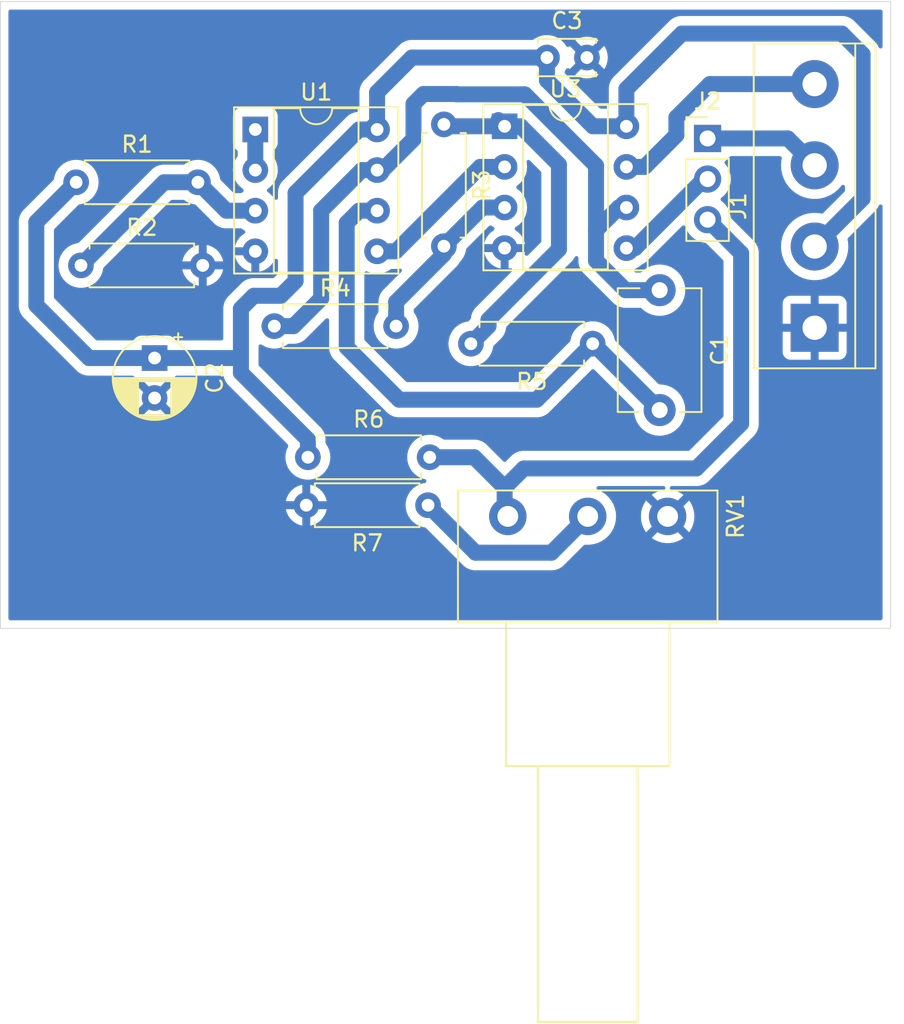
<source format=kicad_pcb>
(kicad_pcb (version 20240108) (generator "pcbnew") (generator_version "8.0")
  (layers (0 "F.Cu" signal) (31 "B.Cu" signal) (34 "B.Paste" user) (35 "F.Paste" user) (36 "B.SilkS" user "B.Silkscreen") (37 "F.SilkS" user "F.Silkscreen") (38 "B.Mask" user) (39 "F.Mask" user) (44 "Edge.Cuts" user))
  (net 0 "")
  (net 1 "Net-(U3B--)")
  (net 2 "Net-(U1B--)")
  (net 3 "Vcc")
  (net 4 "0")
  (net 5 "Vo")
  (net 6 "Vsin")
  (net 7 "Net-(J2-Pin_2)")
  (net 8 "Net-(J2-Pin_3)")
  (net 9 "Net-(U1A-+)")
  (net 10 "Net-(U3A-+)")
  (net 11 "Net-(R3-Pad1)")
  (net 12 "Net-(R7-Pad1)")
  (net 13 "Net-(U1A--)")
  (footprint "Connector_PinHeader_2.54mm:PinHeader_1x03_P2.54mm_Vertical" (layer "F.Cu") (at 173.8 73.26)
    (property "Reference" "J2" (at 0 -2.33 360) (layer "F.SilkS"))
    (property "Value" "Conn_01x03_Socket")
    (fp_line (start -1.33 -1.33) (end 0 -1.33) (stroke (width 0.12)) (layer "F.SilkS"))
    (fp_line (start -1.33 0) (end -1.33 -1.33) (stroke (width 0.12)) (layer "F.SilkS"))
    (fp_line (start -1.33 1.27) (end -1.33 6.41) (stroke (width 0.12)) (layer "F.SilkS"))
    (fp_line (start -1.33 1.27) (end 1.33 1.27) (stroke (width 0.12)) (layer "F.SilkS"))
    (fp_line (start -1.33 6.41) (end 1.33 6.41) (stroke (width 0.12)) (layer "F.SilkS"))
    (fp_line (start 1.33 1.27) (end 1.33 6.41) (stroke (width 0.12)) (layer "F.SilkS"))
    (pad "1" thru_hole rect (at 0 0) (size 1.7 1.7) (drill 1) (layers "*.Cu" "*.Mask") (net 6 "Vsin"))
    (pad "2" thru_hole oval (at 0 2.54) (size 1.7 1.7) (drill 1) (layers "*.Cu" "*.Mask") (net 7 "Net-(J2-Pin_2)"))
    (pad "3" thru_hole oval (at 0 5.08) (size 1.7 1.7) (drill 1) (layers "*.Cu" "*.Mask") (net 8 "Net-(J2-Pin_3)"))
  )
  (footprint "Resistor_THT:R_Axial_DIN0207_L6.3mm_D2.5mm_P7.62mm_Horizontal" (layer "F.Cu") (at 134.29 76)
    (property "Reference" "R1" (at 3.81 -2.37 0) (layer "F.SilkS"))
    (property "Value" "89k")
    (fp_line (start 0.54 -1.37) (end 7.08 -1.37) (stroke (width 0.12)) (layer "F.SilkS"))
    (fp_line (start 0.54 -1.04) (end 0.54 -1.37) (stroke (width 0.12)) (layer "F.SilkS"))
    (fp_line (start 0.54 1.04) (end 0.54 1.37) (stroke (width 0.12)) (layer "F.SilkS"))
    (fp_line (start 0.54 1.37) (end 7.08 1.37) (stroke (width 0.12)) (layer "F.SilkS"))
    (fp_line (start 7.08 -1.37) (end 7.08 -1.04) (stroke (width 0.12)) (layer "F.SilkS"))
    (fp_line (start 7.08 1.37) (end 7.08 1.04) (stroke (width 0.12)) (layer "F.SilkS"))
    (pad "1" thru_hole circle (at 0 0) (size 1.6 1.6) (drill 0.8) (layers "*.Cu" "*.Mask") (net 3 "Vcc"))
    (pad "2" thru_hole oval (at 7.62 0) (size 1.6 1.6) (drill 0.8) (layers "*.Cu" "*.Mask") (net 9 "Net-(U1A-+)"))
  )
  (footprint "Resistor_THT:R_Axial_DIN0207_L6.3mm_D2.5mm_P7.62mm_Horizontal" (layer "F.Cu") (at 156.31 96.2 180)
    (property "Reference" "R7" (at 3.81 -2.37 360) (layer "F.SilkS"))
    (property "Value" "2,7k")
    (fp_line (start 7.08 1.37) (end 7.08 1.04) (stroke (width 0.12)) (layer "F.SilkS"))
    (fp_line (start 7.08 -1.37) (end 7.08 -1.04) (stroke (width 0.12)) (layer "F.SilkS"))
    (fp_line (start 0.54 1.37) (end 7.08 1.37) (stroke (width 0.12)) (layer "F.SilkS"))
    (fp_line (start 0.54 1.04) (end 0.54 1.37) (stroke (width 0.12)) (layer "F.SilkS"))
    (fp_line (start 0.54 -1.04) (end 0.54 -1.37) (stroke (width 0.12)) (layer "F.SilkS"))
    (fp_line (start 0.54 -1.37) (end 7.08 -1.37) (stroke (width 0.12)) (layer "F.SilkS"))
    (pad "1" thru_hole circle (at 0 0 180) (size 1.6 1.6) (drill 0.8) (layers "*.Cu" "*.Mask") (net 12 "Net-(R7-Pad1)"))
    (pad "2" thru_hole oval (at 7.62 0 180) (size 1.6 1.6) (drill 0.8) (layers "*.Cu" "*.Mask") (net 4 "0"))
  )
  (footprint "Package_DIP:DIP-8_W7.62mm_Socket" (layer "F.Cu") (at 145.5 72.7)
    (property "Reference" "U1" (at 3.81 -2.33 0) (layer "F.SilkS"))
    (property "Value" "TL082")
    (fp_line (start -1.33 -1.39) (end -1.33 9.01) (stroke (width 0.12)) (layer "F.SilkS"))
    (fp_line (start -1.33 9.01) (end 8.95 9.01) (stroke (width 0.12)) (layer "F.SilkS"))
    (fp_line (start 1.16 -1.33) (end 1.16 8.95) (stroke (width 0.12)) (layer "F.SilkS"))
    (fp_line (start 1.16 8.95) (end 6.46 8.95) (stroke (width 0.12)) (layer "F.SilkS"))
    (fp_line (start 2.81 -1.33) (end 1.16 -1.33) (stroke (width 0.12)) (layer "F.SilkS"))
    (fp_line (start 6.46 -1.33) (end 4.81 -1.33) (stroke (width 0.12)) (layer "F.SilkS"))
    (fp_line (start 6.46 8.95) (end 6.46 -1.33) (stroke (width 0.12)) (layer "F.SilkS"))
    (fp_line (start 8.95 -1.39) (end -1.33 -1.39) (stroke (width 0.12)) (layer "F.SilkS"))
    (fp_line (start 8.95 9.01) (end 8.95 -1.39) (stroke (width 0.12)) (layer "F.SilkS"))
    (fp_arc (start 4.81 -1.33) (mid 3.81 -0.33) (end 2.81 -1.33) (stroke (width 0.12)) (layer "F.SilkS"))
    (pad "1" thru_hole rect (at 0 0) (size 1.6 1.6) (drill 0.8) (layers "*.Cu" "*.Mask") (net 13 "Net-(U1A--)"))
    (pad "2" thru_hole oval (at 0 2.54) (size 1.6 1.6) (drill 0.8) (layers "*.Cu" "*.Mask") (net 13 "Net-(U1A--)"))
    (pad "3" thru_hole oval (at 0 5.08) (size 1.6 1.6) (drill 0.8) (layers "*.Cu" "*.Mask") (net 9 "Net-(U1A-+)"))
    (pad "4" thru_hole oval (at 0 7.62) (size 1.6 1.6) (drill 0.8) (layers "*.Cu" "*.Mask") (net 4 "0"))
    (pad "5" thru_hole oval (at 7.62 7.62) (size 1.6 1.6) (drill 0.8) (layers "*.Cu" "*.Mask") (net 13 "Net-(U1A--)"))
    (pad "6" thru_hole oval (at 7.62 5.08) (size 1.6 1.6) (drill 0.8) (layers "*.Cu" "*.Mask") (net 2 "Net-(U1B--)"))
    (pad "7" thru_hole oval (at 7.62 2.54) (size 1.6 1.6) (drill 0.8) (layers "*.Cu" "*.Mask") (net 1 "Net-(U3B--)"))
    (pad "8" thru_hole oval (at 7.62 0) (size 1.6 1.6) (drill 0.8) (layers "*.Cu" "*.Mask") (net 3 "Vcc"))
  )
  (footprint "Potentiometer_THT:Potentiometer_Piher_PC-16_Single_Horizontal" (layer "F.Cu") (at 161.3 96.9 -90)
    (property "Reference" "RV1" (at 0 -14.25 90) (layer "F.SilkS"))
    (property "Value" "10k")
    (fp_line (start -1.62 3.12) (end 6.62 3.12) (stroke (width 0.12)) (layer "F.SilkS"))
    (fp_line (start 6.62 0.12) (end 15.62 0.12) (stroke (width 0.12)) (layer "F.SilkS"))
    (fp_line (start 15.62 -1.879) (end 31.62 -1.879) (stroke (width 0.12)) (layer "F.SilkS"))
    (fp_line (start 15.62 -8.12) (end 15.62 -1.879) (stroke (width 0.12)) (layer "F.SilkS"))
    (fp_line (start 15.62 -8.12) (end 31.62 -8.12) (stroke (width 0.12)) (layer "F.SilkS"))
    (fp_line (start 31.62 -8.12) (end 31.62 -1.879) (stroke (width 0.12)) (layer "F.SilkS"))
    (fp_line (start 6.62 -10.12) (end 6.62 0.12) (stroke (width 0.12)) (layer "F.SilkS"))
    (fp_line (start 6.62 -10.12) (end 15.62 -10.12) (stroke (width 0.12)) (layer "F.SilkS"))
    (fp_line (start 15.62 -10.12) (end 15.62 0.12) (stroke (width 0.12)) (layer "F.SilkS"))
    (fp_line (start -1.62 -13.12) (end -1.62 3.12) (stroke (width 0.12)) (layer "F.SilkS"))
    (fp_line (start -1.62 -13.12) (end 6.62 -13.12) (stroke (width 0.12)) (layer "F.SilkS"))
    (fp_line (start 6.62 -13.12) (end 6.62 3.12) (stroke (width 0.12)) (layer "F.SilkS"))
    (pad "1" thru_hole circle (at 0 0 270) (size 2.34 2.34) (drill 1.3) (layers "*.Cu" "*.Mask") (net 8 "Net-(J2-Pin_3)"))
    (pad "2" thru_hole circle (at 0 -5 270) (size 2.34 2.34) (drill 1.3) (layers "*.Cu" "*.Mask") (net 12 "Net-(R7-Pad1)"))
    (pad "3" thru_hole circle (at 0 -10 270) (size 2.34 2.34) (drill 1.3) (layers "*.Cu" "*.Mask") (net 4 "0"))
  )
  (footprint "TerminalBlock:TerminalBlock_bornier-4_P5.08mm" (layer "F.Cu") (at 180.5 85.1 90)
    (property "Reference" "J1" (at 7.6 -4.8 90) (layer "F.SilkS"))
    (property "Value" "Conn_01x04_Socket")
    (fp_line (start -2.54 -3.81) (end 17.78 -3.81) (stroke (width 0.12)) (layer "F.SilkS"))
    (fp_line (start -2.54 -3.81) (end -2.54 3.81) (stroke (width 0.12)) (layer "F.SilkS"))
    (fp_line (start 17.78 2.54) (end -2.54 2.54) (stroke (width 0.12)) (layer "F.SilkS"))
    (fp_line (start 17.78 3.81) (end 17.78 -3.81) (stroke (width 0.12)) (layer "F.SilkS"))
    (fp_line (start -2.54 3.81) (end 17.78 3.81) (stroke (width 0.12)) (layer "F.SilkS"))
    (pad "1" thru_hole rect (at 0 0 90) (size 3 3) (drill 1.52) (layers "*.Cu" "*.Mask") (net 4 "0"))
    (pad "2" thru_hole circle (at 5.08 0 90) (size 3 3) (drill 1.52) (layers "*.Cu" "*.Mask") (net 3 "Vcc"))
    (pad "3" thru_hole circle (at 10.16 0 90) (size 3 3) (drill 1.52) (layers "*.Cu" "*.Mask") (net 6 "Vsin"))
    (pad "4" thru_hole circle (at 15.24 0 90) (size 3 3) (drill 1.52) (layers "*.Cu" "*.Mask") (net 5 "Vo"))
  )
  (footprint "Resistor_THT:R_Axial_DIN0207_L6.3mm_D2.5mm_P7.62mm_Horizontal" (layer "F.Cu") (at 148.79 93.2)
    (property "Reference" "R6" (at 3.81 -2.37 0) (layer "F.SilkS"))
    (property "Value" "5,1k")
    (fp_line (start 0.54 -1.37) (end 7.08 -1.37) (stroke (width 0.12)) (layer "F.SilkS"))
    (fp_line (start 0.54 -1.04) (end 0.54 -1.37) (stroke (width 0.12)) (layer "F.SilkS"))
    (fp_line (start 0.54 1.04) (end 0.54 1.37) (stroke (width 0.12)) (layer "F.SilkS"))
    (fp_line (start 0.54 1.37) (end 7.08 1.37) (stroke (width 0.12)) (layer "F.SilkS"))
    (fp_line (start 7.08 -1.37) (end 7.08 -1.04) (stroke (width 0.12)) (layer "F.SilkS"))
    (fp_line (start 7.08 1.37) (end 7.08 1.04) (stroke (width 0.12)) (layer "F.SilkS"))
    (pad "1" thru_hole circle (at 0 0) (size 1.6 1.6) (drill 0.8) (layers "*.Cu" "*.Mask") (net 3 "Vcc"))
    (pad "2" thru_hole oval (at 7.62 0) (size 1.6 1.6) (drill 0.8) (layers "*.Cu" "*.Mask") (net 8 "Net-(J2-Pin_3)"))
  )
  (footprint "Resistor_THT:R_Axial_DIN0207_L6.3mm_D2.5mm_P7.62mm_Horizontal" (layer "F.Cu") (at 134.59 81.2)
    (property "Reference" "R2" (at 3.81 -2.37 0) (layer "F.SilkS"))
    (property "Value" "100k")
    (fp_line (start 0.54 -1.37) (end 7.08 -1.37) (stroke (width 0.12)) (layer "F.SilkS"))
    (fp_line (start 0.54 -1.04) (end 0.54 -1.37) (stroke (width 0.12)) (layer "F.SilkS"))
    (fp_line (start 0.54 1.04) (end 0.54 1.37) (stroke (width 0.12)) (layer "F.SilkS"))
    (fp_line (start 0.54 1.37) (end 7.08 1.37) (stroke (width 0.12)) (layer "F.SilkS"))
    (fp_line (start 7.08 -1.37) (end 7.08 -1.04) (stroke (width 0.12)) (layer "F.SilkS"))
    (fp_line (start 7.08 1.37) (end 7.08 1.04) (stroke (width 0.12)) (layer "F.SilkS"))
    (pad "1" thru_hole circle (at 0 0) (size 1.6 1.6) (drill 0.8) (layers "*.Cu" "*.Mask") (net 9 "Net-(U1A-+)"))
    (pad "2" thru_hole oval (at 7.62 0) (size 1.6 1.6) (drill 0.8) (layers "*.Cu" "*.Mask") (net 4 "0"))
  )
  (footprint "Resistor_THT:R_Axial_DIN0207_L6.3mm_D2.5mm_P7.62mm_Horizontal" (layer "F.Cu") (at 146.69 85)
    (property "Reference" "R4" (at 3.81 -2.37 0) (layer "F.SilkS"))
    (property "Value" "27k")
    (fp_line (start 0.54 -1.37) (end 7.08 -1.37) (stroke (width 0.12)) (layer "F.SilkS"))
    (fp_line (start 0.54 -1.04) (end 0.54 -1.37) (stroke (width 0.12)) (layer "F.SilkS"))
    (fp_line (start 0.54 1.04) (end 0.54 1.37) (stroke (width 0.12)) (layer "F.SilkS"))
    (fp_line (start 0.54 1.37) (end 7.08 1.37) (stroke (width 0.12)) (layer "F.SilkS"))
    (fp_line (start 7.08 -1.37) (end 7.08 -1.04) (stroke (width 0.12)) (layer "F.SilkS"))
    (fp_line (start 7.08 1.37) (end 7.08 1.04) (stroke (width 0.12)) (layer "F.SilkS"))
    (pad "1" thru_hole circle (at 0 0) (size 1.6 1.6) (drill 0.8) (layers "*.Cu" "*.Mask") (net 1 "Net-(U3B--)"))
    (pad "2" thru_hole oval (at 7.62 0) (size 1.6 1.6) (drill 0.8) (layers "*.Cu" "*.Mask") (net 10 "Net-(U3A-+)"))
  )
  (footprint "Capacitor_THT:CP_Radial_D5.0mm_P2.50mm" (layer "F.Cu") (at 139.2 86.994888 -90)
    (property "Reference" "C2" (at 1.25 -3.75 90) (layer "F.SilkS"))
    (property "Value" "10u")
    (fp_line (start 1.49 1.04) (end 1.49 2.569) (stroke (width 0.12)) (layer "F.SilkS"))
    (fp_line (start 1.53 1.04) (end 1.53 2.565) (stroke (width 0.12)) (layer "F.SilkS"))
    (fp_line (start 1.57 1.04) (end 1.57 2.561) (stroke (width 0.12)) (layer "F.SilkS"))
    (fp_line (start 1.61 1.04) (end 1.61 2.556) (stroke (width 0.12)) (layer "F.SilkS"))
    (fp_line (start 1.65 1.04) (end 1.65 2.55) (stroke (width 0.12)) (layer "F.SilkS"))
    (fp_line (start 1.69 1.04) (end 1.69 2.543) (stroke (width 0.12)) (layer "F.SilkS"))
    (fp_line (start 1.73 1.04) (end 1.73 2.536) (stroke (width 0.12)) (layer "F.SilkS"))
    (fp_line (start 1.77 1.04) (end 1.77 2.528) (stroke (width 0.12)) (layer "F.SilkS"))
    (fp_line (start 1.81 1.04) (end 1.81 2.52) (stroke (width 0.12)) (layer "F.SilkS"))
    (fp_line (start 1.85 1.04) (end 1.85 2.511) (stroke (width 0.12)) (layer "F.SilkS"))
    (fp_line (start 1.89 1.04) (end 1.89 2.501) (stroke (width 0.12)) (layer "F.SilkS"))
    (fp_line (start 1.93 1.04) (end 1.93 2.491) (stroke (width 0.12)) (layer "F.SilkS"))
    (fp_line (start 1.971 1.04) (end 1.971 2.48) (stroke (width 0.12)) (layer "F.SilkS"))
    (fp_line (start 2.011 1.04) (end 2.011 2.468) (stroke (width 0.12)) (layer "F.SilkS"))
    (fp_line (start 2.051 1.04) (end 2.051 2.455) (stroke (width 0.12)) (layer "F.SilkS"))
    (fp_line (start 2.091 1.04) (end 2.091 2.442) (stroke (width 0.12)) (layer "F.SilkS"))
    (fp_line (start 2.131 1.04) (end 2.131 2.428) (stroke (width 0.12)) (layer "F.SilkS"))
    (fp_line (start 2.171 1.04) (end 2.171 2.414) (stroke (width 0.12)) (layer "F.SilkS"))
    (fp_line (start 2.211 1.04) (end 2.211 2.398) (stroke (width 0.12)) (layer "F.SilkS"))
    (fp_line (start 2.251 1.04) (end 2.251 2.382) (stroke (width 0.12)) (layer "F.SilkS"))
    (fp_line (start 2.291 1.04) (end 2.291 2.365) (stroke (width 0.12)) (layer "F.SilkS"))
    (fp_line (start 2.331 1.04) (end 2.331 2.348) (stroke (width 0.12)) (layer "F.SilkS"))
    (fp_line (start 2.371 1.04) (end 2.371 2.329) (stroke (width 0.12)) (layer "F.SilkS"))
    (fp_line (start 2.411 1.04) (end 2.411 2.31) (stroke (width 0.12)) (layer "F.SilkS"))
    (fp_line (start 2.451 1.04) (end 2.451 2.29) (stroke (width 0.12)) (layer "F.SilkS"))
    (fp_line (start 2.491 1.04) (end 2.491 2.268) (stroke (width 0.12)) (layer "F.SilkS"))
    (fp_line (start 2.531 1.04) (end 2.531 2.247) (stroke (width 0.12)) (layer "F.SilkS"))
    (fp_line (start 2.571 1.04) (end 2.571 2.224) (stroke (width 0.12)) (layer "F.SilkS"))
    (fp_line (start 2.611 1.04) (end 2.611 2.2) (stroke (width 0.12)) (layer "F.SilkS"))
    (fp_line (start 2.651 1.04) (end 2.651 2.175) (stroke (width 0.12)) (layer "F.SilkS"))
    (fp_line (start 2.691 1.04) (end 2.691 2.149) (stroke (width 0.12)) (layer "F.SilkS"))
    (fp_line (start 2.731 1.04) (end 2.731 2.122) (stroke (width 0.12)) (layer "F.SilkS"))
    (fp_line (start 2.771 1.04) (end 2.771 2.095) (stroke (width 0.12)) (layer "F.SilkS"))
    (fp_line (start 2.811 1.04) (end 2.811 2.065) (stroke (width 0.12)) (layer "F.SilkS"))
    (fp_line (start 2.851 1.04) (end 2.851 2.035) (stroke (width 0.12)) (layer "F.SilkS"))
    (fp_line (start 2.891 1.04) (end 2.891 2.004) (stroke (width 0.12)) (layer "F.SilkS"))
    (fp_line (start 2.931 1.04) (end 2.931 1.971) (stroke (width 0.12)) (layer "F.SilkS"))
    (fp_line (start 2.971 1.04) (end 2.971 1.937) (stroke (width 0.12)) (layer "F.SilkS"))
    (fp_line (start 3.011 1.04) (end 3.011 1.901) (stroke (width 0.12)) (layer "F.SilkS"))
    (fp_line (start 3.051 1.04) (end 3.051 1.864) (stroke (width 0.12)) (layer "F.SilkS"))
    (fp_line (start 3.091 1.04) (end 3.091 1.826) (stroke (width 0.12)) (layer "F.SilkS"))
    (fp_line (start 3.131 1.04) (end 3.131 1.785) (stroke (width 0.12)) (layer "F.SilkS"))
    (fp_line (start 3.171 1.04) (end 3.171 1.743) (stroke (width 0.12)) (layer "F.SilkS"))
    (fp_line (start 3.211 1.04) (end 3.211 1.699) (stroke (width 0.12)) (layer "F.SilkS"))
    (fp_line (start 3.251 1.04) (end 3.251 1.653) (stroke (width 0.12)) (layer "F.SilkS"))
    (fp_line (start 3.291 1.04) (end 3.291 1.605) (stroke (width 0.12)) (layer "F.SilkS"))
    (fp_line (start 3.331 1.04) (end 3.331 1.554) (stroke (width 0.12)) (layer "F.SilkS"))
    (fp_line (start 3.371 1.04) (end 3.371 1.5) (stroke (width 0.12)) (layer "F.SilkS"))
    (fp_line (start 3.411 1.04) (end 3.411 1.443) (stroke (width 0.12)) (layer "F.SilkS"))
    (fp_line (start 3.451 1.04) (end 3.451 1.383) (stroke (width 0.12)) (layer "F.SilkS"))
    (fp_line (start 3.491 1.04) (end 3.491 1.319) (stroke (width 0.12)) (layer "F.SilkS"))
    (fp_line (start 3.531 1.04) (end 3.531 1.251) (stroke (width 0.12)) (layer "F.SilkS"))
    (fp_line (start 3.851 -0.284) (end 3.851 0.284) (stroke (width 0.12)) (layer "F.SilkS"))
    (fp_line (start 3.811 -0.518) (end 3.811 0.518) (stroke (width 0.12)) (layer "F.SilkS"))
    (fp_line (start 3.771 -0.677) (end 3.771 0.677) (stroke (width 0.12)) (layer "F.SilkS"))
    (fp_line (start 3.731 -0.805) (end 3.731 0.805) (stroke (width 0.12)) (layer "F.SilkS"))
    (fp_line (start 3.691 -0.915) (end 3.691 0.915) (stroke (width 0.12)) (layer "F.SilkS"))
    (fp_line (start 3.651 -1.011) (end 3.651 1.011) (stroke (width 0.12)) (layer "F.SilkS"))
    (fp_line (start 3.611 -1.098) (end 3.611 1.098) (stroke (width 0.12)) (layer "F.SilkS"))
    (fp_line (start 3.571 -1.178) (end 3.571 1.178) (stroke (width 0.12)) (layer "F.SilkS"))
    (fp_line (start 3.531 -1.251) (end 3.531 -1.04) (stroke (width 0.12)) (layer "F.SilkS"))
    (fp_line (start 3.491 -1.319) (end 3.491 -1.04) (stroke (width 0.12)) (layer "F.SilkS"))
    (fp_line (start 3.451 -1.383) (end 3.451 -1.04) (stroke (width 0.12)) (layer "F.SilkS"))
    (fp_line (start 3.411 -1.443) (end 3.411 -1.04) (stroke (width 0.12)) (layer "F.SilkS"))
    (fp_line (start -1.554775 -1.475) (end -1.054775 -1.475) (stroke (width 0.12)) (layer "F.SilkS"))
    (fp_line (start 3.371 -1.5) (end 3.371 -1.04) (stroke (width 0.12)) (layer "F.SilkS"))
    (fp_line (start 3.331 -1.554) (end 3.331 -1.04) (stroke (width 0.12)) (layer "F.SilkS"))
    (fp_line (start 3.291 -1.605) (end 3.291 -1.04) (stroke (width 0.12)) (layer "F.SilkS"))
    (fp_line (start 3.251 -1.653) (end 3.251 -1.04) (stroke (width 0.12)) (layer "F.SilkS"))
    (fp_line (start 3.211 -1.699) (end 3.211 -1.04) (stroke (width 0.12)) (layer "F.SilkS"))
    (fp_line (start -1.304775 -1.725) (end -1.304775 -1.225) (stroke (width 0.12)) (layer "F.SilkS"))
    (fp_line (start 3.171 -1.743) (end 3.171 -1.04) (stroke (width 0.12)) (layer "F.SilkS"))
    (fp_line (start 3.131 -1.785) (end 3.131 -1.04) (stroke (width 0.12)) (layer "F.SilkS"))
    (fp_line (start 3.091 -1.826) (end 3.091 -1.04) (stroke (width 0.12)) (layer "F.SilkS"))
    (fp_line (start 3.051 -1.864) (end 3.051 -1.04) (stroke (width 0.12)) (layer "F.SilkS"))
    (fp_line (start 3.011 -1.901) (end 3.011 -1.04) (stroke (width 0.12)) (layer "F.SilkS"))
    (fp_line (start 2.971 -1.937) (end 2.971 -1.04) (stroke (width 0.12)) (layer "F.SilkS"))
    (fp_line (start 2.931 -1.971) (end 2.931 -1.04) (stroke (width 0.12)) (layer "F.SilkS"))
    (fp_line (start 2.891 -2.004) (end 2.891 -1.04) (stroke (width 0.12)) (layer "F.SilkS"))
    (fp_line (start 2.851 -2.035) (end 2.851 -1.04) (stroke (width 0.12)) (layer "F.SilkS"))
    (fp_line (start 2.811 -2.065) (end 2.811 -1.04) (stroke (width 0.12)) (layer "F.SilkS"))
    (fp_line (start 2.771 -2.095) (end 2.771 -1.04) (stroke (width 0.12)) (layer "F.SilkS"))
    (fp_line (start 2.731 -2.122) (end 2.731 -1.04) (stroke (width 0.12)) (layer "F.SilkS"))
    (fp_line (start 2.691 -2.149) (end 2.691 -1.04) (stroke (width 0.12)) (layer "F.SilkS"))
    (fp_line (start 2.651 -2.175) (end 2.651 -1.04) (stroke (width 0.12)) (layer "F.SilkS"))
    (fp_line (start 2.611 -2.2) (end 2.611 -1.04) (stroke (width 0.12)) (layer "F.SilkS"))
    (fp_line (start 2.571 -2.224) (end 2.571 -1.04) (stroke (width 0.12)) (layer "F.SilkS"))
    (fp_line (start 2.531 -2.247) (end 2.531 -1.04) (stroke (width 0.12)) (layer "F.SilkS"))
    (fp_line (start 2.491 -2.268) (end 2.491 -1.04) (stroke (width 0.12)) (layer "F.SilkS"))
    (fp_line (start 2.451 -2.29) (end 2.451 -1.04) (stroke (width 0.12)) (layer "F.SilkS"))
    (fp_line (start 2.411 -2.31) (end 2.411 -1.04) (stroke (width 0.12)) (layer "F.SilkS"))
    (fp_line (start 2.371 -2.329) (end 2.371 -1.04) (stroke (width 0.12)) (layer "F.SilkS"))
    (fp_line (start 2.331 -2.348) (end 2.331 -1.04) (stroke (width 0.12)) (layer "F.SilkS"))
    (fp_line (start 2.291 -2.365) (end 2.291 -1.04) (stroke (width 0.12)) (layer "F.SilkS"))
    (fp_line (start 2.251 -2.382) (end 2.251 -1.04) (stroke (width 0.12)) (layer "F.SilkS"))
    (fp_line (start 2.211 -2.398) (end 2.211 -1.04) (stroke (width 0.12)) (layer "F.SilkS"))
    (fp_line (start 2.171 -2.414) (end 2.171 -1.04) (stroke (width 0.12)) (layer "F.SilkS"))
    (fp_line (start 2.131 -2.428) (end 2.131 -1.04) (stroke (width 0.12)) (layer "F.SilkS"))
    (fp_line (start 2.091 -2.442) (end 2.091 -1.04) (stroke (width 0.12)) (layer "F.SilkS"))
    (fp_line (start 2.051 -2.455) (end 2.051 -1.04) (stroke (width 0.12)) (layer "F.SilkS"))
    (fp_line (start 2.011 -2.468) (end 2.011 -1.04) (stroke (width 0.12)) (layer "F.SilkS"))
    (fp_line (start 1.971 -2.48) (end 1.971 -1.04) (stroke (width 0.12)) (layer "F.SilkS"))
    (fp_line (start 1.93 -2.491) (end 1.93 -1.04) (stroke (width 0.12)) (layer "F.SilkS"))
    (fp_line (start 1.89 -2.501) (end 1.89 -1.04) (stroke (width 0.12)) (layer "F.SilkS"))
    (fp_line (start 1.85 -2.511) (end 1.85 -1.04) (stroke (width 0.12)) (layer "F.SilkS"))
    (fp_line (start 1.81 -2.52) (end 1.81 -1.04) (stroke (width 0.12)) (layer "F.SilkS"))
    (fp_line (start 1.77 -2.528) (end 1.77 -1.04) (stroke (width 0.12)) (layer "F.SilkS"))
    (fp_line (start 1.73 -2.536) (end 1.73 -1.04) (stroke (width 0.12)) (layer "F.SilkS"))
    (fp_line (start 1.69 -2.543) (end 1.69 -1.04) (stroke (width 0.12)) (layer "F.SilkS"))
    (fp_line (start 1.65 -2.55) (end 1.65 -1.04) (stroke (width 0.12)) (layer "F.SilkS"))
    (fp_line (start 1.61 -2.556) (end 1.61 -1.04) (stroke (width 0.12)) (layer "F.SilkS"))
    (fp_line (start 1.57 -2.561) (end 1.57 -1.04) (stroke (width 0.12)) (layer "F.SilkS"))
    (fp_line (start 1.53 -2.565) (end 1.53 -1.04) (stroke (width 0.12)) (layer "F.SilkS"))
    (fp_line (start 1.49 -2.569) (end 1.49 -1.04) (stroke (width 0.12)) (layer "F.SilkS"))
    (fp_line (start 1.45 -2.573) (end 1.45 2.573) (stroke (width 0.12)) (layer "F.SilkS"))
    (fp_line (start 1.41 -2.576) (end 1.41 2.576) (stroke (width 0.12)) (layer "F.SilkS"))
    (fp_line (start 1.37 -2.578) (end 1.37 2.578) (stroke (width 0.12)) (layer "F.SilkS"))
    (fp_line (start 1.33 -2.579) (end 1.33 2.579) (stroke (width 0.12)) (layer "F.SilkS"))
    (fp_line (start 1.25 -2.58) (end 1.25 2.58) (stroke (width 0.12)) (layer "F.SilkS"))
    (fp_line (start 1.29 -2.58) (end 1.29 2.58) (stroke (width 0.12)) (layer "F.SilkS"))
    (fp_circle (center 1.25 0) (end 3.87 0) (stroke (width 0.12)) (fill none) (layer "F.SilkS"))
    (pad "1" thru_hole rect (at 0 0 270) (size 1.6 1.6) (drill 0.8) (layers "*.Cu" "*.Mask") (net 3 "Vcc"))
    (pad "2" thru_hole circle (at 2.5 0 270) (size 1.6 1.6) (drill 0.8) (layers "*.Cu" "*.Mask") (net 4 "0"))
  )
  (footprint "Resistor_THT:R_Axial_DIN0207_L6.3mm_D2.5mm_P7.62mm_Horizontal" (layer "F.Cu") (at 157.3 72.38 -90)
    (property "Reference" "R3" (at 3.81 -2.37 90) (layer "F.SilkS"))
    (property "Value" "100k")
    (fp_line (start 0.54 1.37) (end 7.08 1.37) (stroke (width 0.12)) (layer "F.SilkS"))
    (fp_line (start 7.08 1.37) (end 7.08 1.04) (stroke (width 0.12)) (layer "F.SilkS"))
    (fp_line (start 0.54 1.04) (end 0.54 1.37) (stroke (width 0.12)) (layer "F.SilkS"))
    (fp_line (start 0.54 -1.04) (end 0.54 -1.37) (stroke (width 0.12)) (layer "F.SilkS"))
    (fp_line (start 0.54 -1.37) (end 7.08 -1.37) (stroke (width 0.12)) (layer "F.SilkS"))
    (fp_line (start 7.08 -1.37) (end 7.08 -1.04) (stroke (width 0.12)) (layer "F.SilkS"))
    (pad "1" thru_hole circle (at 0 0 270) (size 1.6 1.6) (drill 0.8) (layers "*.Cu" "*.Mask") (net 11 "Net-(R3-Pad1)"))
    (pad "2" thru_hole oval (at 7.62 0 270) (size 1.6 1.6) (drill 0.8) (layers "*.Cu" "*.Mask") (net 10 "Net-(U3A-+)"))
  )
  (footprint "Package_DIP:DIP-8_W7.62mm_Socket" (layer "F.Cu") (at 161.1 72.5)
    (property "Reference" "U3" (at 3.81 -2.33 0) (layer "F.SilkS"))
    (property "Value" "LM393")
    (fp_line (start -1.33 -1.39) (end -1.33 9.01) (stroke (width 0.12)) (layer "F.SilkS"))
    (fp_line (start -1.33 9.01) (end 8.95 9.01) (stroke (width 0.12)) (layer "F.SilkS"))
    (fp_line (start 1.16 -1.33) (end 1.16 8.95) (stroke (width 0.12)) (layer "F.SilkS"))
    (fp_line (start 1.16 8.95) (end 6.46 8.95) (stroke (width 0.12)) (layer "F.SilkS"))
    (fp_line (start 2.81 -1.33) (end 1.16 -1.33) (stroke (width 0.12)) (layer "F.SilkS"))
    (fp_line (start 6.46 -1.33) (end 4.81 -1.33) (stroke (width 0.12)) (layer "F.SilkS"))
    (fp_line (start 6.46 8.95) (end 6.46 -1.33) (stroke (width 0.12)) (layer "F.SilkS"))
    (fp_line (start 8.95 -1.39) (end -1.33 -1.39) (stroke (width 0.12)) (layer "F.SilkS"))
    (fp_line (start 8.95 9.01) (end 8.95 -1.39) (stroke (width 0.12)) (layer "F.SilkS"))
    (fp_arc (start 4.81 -1.33) (mid 3.81 -0.33) (end 2.81 -1.33) (stroke (width 0.12)) (layer "F.SilkS"))
    (pad "1" thru_hole rect (at 0 0) (size 1.6 1.6) (drill 0.8) (layers "*.Cu" "*.Mask") (net 11 "Net-(R3-Pad1)"))
    (pad "2" thru_hole oval (at 0 2.54) (size 1.6 1.6) (drill 0.8) (layers "*.Cu" "*.Mask") (net 13 "Net-(U1A--)"))
    (pad "3" thru_hole oval (at 0 5.08) (size 1.6 1.6) (drill 0.8) (layers "*.Cu" "*.Mask") (net 10 "Net-(U3A-+)"))
    (pad "4" thru_hole oval (at 0 7.62) (size 1.6 1.6) (drill 0.8) (layers "*.Cu" "*.Mask") (net 4 "0"))
    (pad "5" thru_hole oval (at 7.62 7.62) (size 1.6 1.6) (drill 0.8) (layers "*.Cu" "*.Mask") (net 7 "Net-(J2-Pin_2)"))
    (pad "6" thru_hole oval (at 7.62 5.08) (size 1.6 1.6) (drill 0.8) (layers "*.Cu" "*.Mask") (net 1 "Net-(U3B--)"))
    (pad "7" thru_hole oval (at 7.62 2.54) (size 1.6 1.6) (drill 0.8) (layers "*.Cu" "*.Mask") (net 5 "Vo"))
    (pad "8" thru_hole oval (at 7.62 0) (size 1.6 1.6) (drill 0.8) (layers "*.Cu" "*.Mask") (net 3 "Vcc"))
  )
  (footprint "Capacitor_THT:C_Disc_D3.4mm_W2.1mm_P2.50mm" (layer "F.Cu") (at 163.75 68.2)
    (property "Reference" "C3" (at 1.25 -2.3 360) (layer "F.SilkS"))
    (property "Value" "10n")
    (fp_line (start -0.57 -1.17) (end -0.57 -0.925) (stroke (width 0.12)) (layer "F.SilkS"))
    (fp_line (start -0.57 -1.17) (end 3.07 -1.17) (stroke (width 0.12)) (layer "F.SilkS"))
    (fp_line (start -0.57 0.925) (end -0.57 1.17) (stroke (width 0.12)) (layer "F.SilkS"))
    (fp_line (start -0.57 1.17) (end 3.07 1.17) (stroke (width 0.12)) (layer "F.SilkS"))
    (fp_line (start 3.07 -1.17) (end 3.07 -0.925) (stroke (width 0.12)) (layer "F.SilkS"))
    (fp_line (start 3.07 0.925) (end 3.07 1.17) (stroke (width 0.12)) (layer "F.SilkS"))
    (pad "1" thru_hole circle (at 0 0) (size 1.6 1.6) (drill 0.8) (layers "*.Cu" "*.Mask") (net 3 "Vcc"))
    (pad "2" thru_hole circle (at 2.5 0) (size 1.6 1.6) (drill 0.8) (layers "*.Cu" "*.Mask") (net 4 "0"))
  )
  (footprint "Capacitor_THT:C_Disc_D7.5mm_W5.0mm_P7.50mm" (layer "F.Cu") (at 170.8 82.75 -90)
    (property "Reference" "C1" (at 3.75 -3.75 -90) (layer "F.SilkS"))
    (property "Value" "100p")
    (fp_line (start -0.12 2.62) (end 7.62 2.62) (stroke (width 0.12)) (layer "F.SilkS"))
    (fp_line (start -0.12 1.256) (end -0.12 2.62) (stroke (width 0.12)) (layer "F.SilkS"))
    (fp_line (start 7.62 1.256) (end 7.62 2.62) (stroke (width 0.12)) (layer "F.SilkS"))
    (fp_line (start -0.12 -2.62) (end -0.12 -1.256) (stroke (width 0.12)) (layer "F.SilkS"))
    (fp_line (start -0.12 -2.62) (end 7.62 -2.62) (stroke (width 0.12)) (layer "F.SilkS"))
    (fp_line (start 7.62 -2.62) (end 7.62 -1.256) (stroke (width 0.12)) (layer "F.SilkS"))
    (pad "1" thru_hole circle (at 0 0 270) (size 2 2) (drill 1) (layers "*.Cu" "*.Mask") (net 1 "Net-(U3B--)"))
    (pad "2" thru_hole circle (at 7.5 0 270) (size 2 2) (drill 1) (layers "*.Cu" "*.Mask") (net 2 "Net-(U1B--)"))
  )
  (footprint "Resistor_THT:R_Axial_DIN0207_L6.3mm_D2.5mm_P7.62mm_Horizontal" (layer "F.Cu") (at 166.61 86.1 180)
    (property "Reference" "R5" (at 3.81 -2.37 360) (layer "F.SilkS"))
    (property "Value" "33k")
    (fp_line (start 7.08 1.37) (end 7.08 1.04) (stroke (width 0.12)) (layer "F.SilkS"))
    (fp_line (start 7.08 -1.37) (end 7.08 -1.04) (stroke (width 0.12)) (layer "F.SilkS"))
    (fp_line (start 0.54 1.37) (end 7.08 1.37) (stroke (width 0.12)) (layer "F.SilkS"))
    (fp_line (start 0.54 1.04) (end 0.54 1.37) (stroke (width 0.12)) (layer "F.SilkS"))
    (fp_line (start 0.54 -1.04) (end 0.54 -1.37) (stroke (width 0.12)) (layer "F.SilkS"))
    (fp_line (start 0.54 -1.37) (end 7.08 -1.37) (stroke (width 0.12)) (layer "F.SilkS"))
    (pad "1" thru_hole circle (at 0 0 180) (size 1.6 1.6) (drill 0.8) (layers "*.Cu" "*.Mask") (net 2 "Net-(U1B--)"))
    (pad "2" thru_hole oval (at 7.62 0 180) (size 1.6 1.6) (drill 0.8) (layers "*.Cu" "*.Mask") (net 11 "Net-(R3-Pad1)"))
  )
  (gr_rect (start 129.55 64.7) (end 185.25 103.9) (stroke (width 0.05)) (fill none) (layer "Edge.Cuts"))
  (segment (start 153.46 75.24) (end 155.4 73.3) (width 1) (layer "B.Cu") (net 1))
  (segment (start 166.82 78.99863) (end 168.23863 77.58) (width 1) (layer "B.Cu") (net 1))
  (segment (start 162.362742 70.5) (end 166.82 74.957258) (width 1) (layer "B.Cu") (net 1))
  (segment (start 166.82 74.957258) (end 166.82 78.99863) (width 1) (layer "B.Cu") (net 1))
  (segment (start 158.087006 70.48) (end 158.107006 70.5) (width 1) (layer "B.Cu") (net 1))
  (segment (start 153.12 75.24) (end 152.16 75.24) (width 1) (layer "B.Cu") (net 1))
  (segment (start 156.02 70.48) (end 158.087006 70.48) (width 1) (layer "B.Cu") (net 1))
  (segment (start 155.4 73.3) (end 155.4 71.1) (width 1) (layer "B.Cu") (net 1))
  (segment (start 153.12 75.24) (end 153.46 75.24) (width 1) (layer "B.Cu") (net 1))
  (segment (start 170.8 82.75) (end 168.662994 82.75) (width 1) (layer "B.Cu") (net 1))
  (segment (start 152.16 75.24) (end 149.62 77.78) (width 1) (layer "B.Cu") (net 1))
  (segment (start 158.107006 70.5) (end 162.362742 70.5) (width 1) (layer "B.Cu") (net 1))
  (segment (start 149.62 77.78) (end 149.62 83.27) (width 1) (layer "B.Cu") (net 1))
  (segment (start 166.82 80.907006) (end 166.82 78.99863) (width 1) (layer "B.Cu") (net 1))
  (segment (start 168.662994 82.75) (end 166.82 80.907006) (width 1) (layer "B.Cu") (net 1))
  (segment (start 147.89 85) (end 146.69 85) (width 1) (layer "B.Cu") (net 1))
  (segment (start 149.62 83.27) (end 147.89 85) (width 1) (layer "B.Cu") (net 1))
  (segment (start 168.23863 77.58) (end 168.72 77.58) (width 1) (layer "B.Cu") (net 1))
  (segment (start 155.4 71.1) (end 156.02 70.48) (width 1) (layer "B.Cu") (net 1))
  (segment (start 153.12 77.78) (end 151.98863 77.78) (width 1) (layer "B.Cu") (net 2))
  (segment (start 154.5 89.6) (end 163.11 89.6) (width 1) (layer "B.Cu") (net 2))
  (segment (start 151.98863 77.78) (end 151.22 78.54863) (width 1) (layer "B.Cu") (net 2))
  (segment (start 151.22 86.32) (end 154.5 89.6) (width 1) (layer "B.Cu") (net 2))
  (segment (start 166.65 86.1) (end 170.8 90.25) (width 1) (layer "B.Cu") (net 2))
  (segment (start 166.61 86.1) (end 166.65 86.1) (width 1) (layer "B.Cu") (net 2))
  (segment (start 151.22 78.54863) (end 151.22 86.32) (width 1) (layer "B.Cu") (net 2))
  (segment (start 163.11 89.6) (end 166.61 86.1) (width 1) (layer "B.Cu") (net 2))
  (segment (start 182.2 66.7) (end 183.5 68) (width 1) (layer "B.Cu") (net 3))
  (segment (start 183.5 77.02) (end 180.5 80.02) (width 1) (layer "B.Cu") (net 3))
  (segment (start 144.6 86.9) (end 144.6 87.91) (width 1) (layer "B.Cu") (net 3))
  (segment (start 163.75 68.2) (end 163.75 69.624516) (width 1) (layer "B.Cu") (net 3))
  (segment (start 134.29 76) (end 131.8 78.49) (width 1) (layer "B.Cu") (net 3))
  (segment (start 168.72 70.17) (end 172.19 66.7) (width 1) (layer "B.Cu") (net 3))
  (segment (start 148.02 82.18) (end 147.1 83.1) (width 1) (layer "B.Cu") (net 3))
  (segment (start 144.6 83.907006) (end 144.6 86.9) (width 1) (layer "B.Cu") (net 3))
  (segment (start 139.2 86.994888) (end 144.505112 86.994888) (width 1) (layer "B.Cu") (net 3))
  (segment (start 166.625484 72.5) (end 168.72 72.5) (width 1) (layer "B.Cu") (net 3))
  (segment (start 153.12 72.7) (end 153.12 70.38) (width 1) (layer "B.Cu") (net 3))
  (segment (start 131.8 78.49) (end 131.8 83.7) (width 1) (layer "B.Cu") (net 3))
  (segment (start 172.19 66.7) (end 182.2 66.7) (width 1) (layer "B.Cu") (net 3))
  (segment (start 144.505112 86.994888) (end 144.6 86.9) (width 1) (layer "B.Cu") (net 3))
  (segment (start 135.094888 86.994888) (end 139.2 86.994888) (width 1) (layer "B.Cu") (net 3))
  (segment (start 147.1 83.1) (end 145.407006 83.1) (width 1) (layer "B.Cu") (net 3))
  (segment (start 183.5 68) (end 183.5 77.02) (width 1) (layer "B.Cu") (net 3))
  (segment (start 163.75 68.2) (end 155.3 68.2) (width 1) (layer "B.Cu") (net 3))
  (segment (start 144.6 87.91) (end 148.79 92.1) (width 1) (layer "B.Cu") (net 3))
  (segment (start 168.72 70.17) (end 168.72 72.5) (width 1) (layer "B.Cu") (net 3))
  (segment (start 131.8 83.7) (end 135.094888 86.994888) (width 1) (layer "B.Cu") (net 3))
  (segment (start 155.3 68.2) (end 153.12 70.38) (width 1) (layer "B.Cu") (net 3))
  (segment (start 163.75 69.624516) (end 166.625484 72.5) (width 1) (layer "B.Cu") (net 3))
  (segment (start 148.79 92.1) (end 148.79 93.2) (width 1) (layer "B.Cu") (net 3))
  (segment (start 145.407006 83.1) (end 144.6 83.907006) (width 1) (layer "B.Cu") (net 3))
  (segment (start 151.98863 72.7) (end 148.02 76.66863) (width 1) (layer "B.Cu") (net 3))
  (segment (start 153.12 72.7) (end 151.98863 72.7) (width 1) (layer "B.Cu") (net 3))
  (segment (start 148.02 76.66863) (end 148.02 82.18) (width 1) (layer "B.Cu") (net 3))
  (segment (start 171.85 71.95) (end 173.94 69.86) (width 1) (layer "B.Cu") (net 5))
  (segment (start 169.86 75.04) (end 171.85 73.05) (width 1) (layer "B.Cu") (net 5))
  (segment (start 173.94 69.86) (end 180.5 69.86) (width 1) (layer "B.Cu") (net 5))
  (segment (start 171.85 73.05) (end 171.85 71.95) (width 1) (layer "B.Cu") (net 5))
  (segment (start 168.72 75.04) (end 169.86 75.04) (width 1) (layer "B.Cu") (net 5))
  (segment (start 178.82 73.26) (end 180.5 74.94) (width 1) (layer "B.Cu") (net 6))
  (segment (start 173.8 73.26) (end 178.82 73.26) (width 1) (layer "B.Cu") (net 6))
  (segment (start 173.582283 75.8) (end 173.8 75.8) (width 1) (layer "B.Cu") (net 7))
  (segment (start 169.262283 80.12) (end 173.582283 75.8) (width 1) (layer "B.Cu") (net 7))
  (segment (start 168.72 80.12) (end 169.262283 80.12) (width 1) (layer "B.Cu") (net 7))
  (segment (start 173.1 93.9) (end 175.9 91.1) (width 1) (layer "B.Cu") (net 8))
  (segment (start 161.1 96.7) (end 161.3 96.9) (width 1) (layer "B.Cu") (net 8))
  (segment (start 175.9 80.44) (end 173.8 78.34) (width 1) (layer "B.Cu") (net 8))
  (segment (start 161.1 95.1) (end 162.3 93.9) (width 1) (layer "B.Cu") (net 8))
  (segment (start 175.9 91.1) (end 175.9 80.44) (width 1) (layer "B.Cu") (net 8))
  (segment (start 159.2 93.2) (end 161.1 95.1) (width 1) (layer "B.Cu") (net 8))
  (segment (start 162.3 93.9) (end 173.1 93.9) (width 1) (layer "B.Cu") (net 8))
  (segment (start 161.1 95.1) (end 161.1 96.7) (width 1) (layer "B.Cu") (net 8))
  (segment (start 156.41 93.2) (end 159.2 93.2) (width 1) (layer "B.Cu") (net 8))
  (segment (start 139.79 76) (end 134.59 81.2) (width 1) (layer "B.Cu") (net 9))
  (segment (start 145.5 77.78) (end 143.69 77.78) (width 1) (layer "B.Cu") (net 9))
  (segment (start 143.69 77.78) (end 141.91 76) (width 1) (layer "B.Cu") (net 9))
  (segment (start 141.91 76) (end 139.79 76) (width 1) (layer "B.Cu") (net 9))
  (segment (start 157.3 80.5) (end 154.31 83.49) (width 1) (layer "B.Cu") (net 10))
  (segment (start 154.31 83.49) (end 154.31 85) (width 1) (layer "B.Cu") (net 10))
  (segment (start 159.72 77.58) (end 161.1 77.58) (width 1) (layer "B.Cu") (net 10))
  (segment (start 157.41 80.11) (end 157.3 80) (width 1) (layer "B.Cu") (net 10))
  (segment (start 157.3 80) (end 157.3 80.5) (width 1) (layer "B.Cu") (net 10))
  (segment (start 157.3 80) (end 159.72 77.58) (width 1) (layer "B.Cu") (net 10))
  (segment (start 161.1 72.5) (end 157.42 72.5) (width 1) (layer "B.Cu") (net 11))
  (segment (start 164.5 80.19) (end 160.09 84.6) (width 1) (layer "B.Cu") (net 11))
  (segment (start 162.1 72.5) (end 161.1 72.5) (width 1) (layer "B.Cu") (net 11))
  (segment (start 157.42 72.5) (end 157.3 72.38) (width 1) (layer "B.Cu") (net 11))
  (segment (start 160.09 85) (end 160.09 84.6) (width 1) (layer "B.Cu") (net 11))
  (segment (start 164.5 74.9) (end 164.5 80.19) (width 1) (layer "B.Cu") (net 11))
  (segment (start 158.99 86.1) (end 160.09 85) (width 1) (layer "B.Cu") (net 11))
  (segment (start 164.5 74.9) (end 162.1 72.5) (width 1) (layer "B.Cu") (net 11))
  (segment (start 160.71 72.11) (end 161.1 72.5) (width 1) (layer "B.Cu") (net 11))
  (segment (start 156.31 96.2) (end 159.28 99.17) (width 1) (layer "B.Cu") (net 12))
  (segment (start 164.03 99.17) (end 166.3 96.9) (width 1) (layer "B.Cu") (net 12))
  (segment (start 159.28 99.17) (end 164.03 99.17) (width 1) (layer "B.Cu") (net 12))
  (segment (start 145.5 72.7) (end 145.5 75.24) (width 1) (layer "B.Cu") (net 13))
  (segment (start 159.572994 75.04) (end 161.1 75.04) (width 1) (layer "B.Cu") (net 13))
  (segment (start 154.292994 80.32) (end 159.572994 75.04) (width 1) (layer "B.Cu") (net 13))
  (segment (start 153.12 80.32) (end 154.292994 80.32) (width 1) (layer "B.Cu") (net 13))
  (zone (net 4) (net_name "0") (layer "B.Cu") (connect_pads (clearance 0.5)) (min_thickness 0.25) (fill yes (thermal_gap 0.5) (thermal_bridge_width 0.5))
    (polygon (pts (xy 129.6 64.8) (xy 185.3 64.6) (xy 185.5 103.7) (xy 129.8 103.9)))
  )
)
</source>
